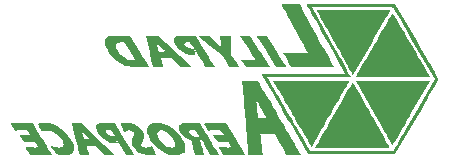
<source format=gbr>
%TF.GenerationSoftware,KiCad,Pcbnew,(6.0.7)*%
%TF.CreationDate,2022-12-27T11:46:59-06:00*%
%TF.ProjectId,UKDAQ,554b4441-512e-46b6-9963-61645f706362,rev?*%
%TF.SameCoordinates,Original*%
%TF.FileFunction,Legend,Bot*%
%TF.FilePolarity,Positive*%
%FSLAX46Y46*%
G04 Gerber Fmt 4.6, Leading zero omitted, Abs format (unit mm)*
G04 Created by KiCad (PCBNEW (6.0.7)) date 2022-12-27 11:46:59*
%MOMM*%
%LPD*%
G01*
G04 APERTURE LIST*
G04 APERTURE END LIST*
%TO.C,G\u002A\u002A\u002A*%
G36*
X126746000Y-109924844D02*
G01*
X127136717Y-110578653D01*
X127218746Y-110715101D01*
X127394588Y-111003888D01*
X127585317Y-111313301D01*
X127772892Y-111614147D01*
X127939270Y-111877231D01*
X127952313Y-111897652D01*
X128080246Y-112098040D01*
X128194110Y-112276546D01*
X128286900Y-112422178D01*
X128351613Y-112523942D01*
X128381244Y-112570846D01*
X128382721Y-112579341D01*
X128358920Y-112593303D01*
X128293531Y-112603848D01*
X128179244Y-112611368D01*
X128008749Y-112616254D01*
X127774734Y-112618898D01*
X127469889Y-112619692D01*
X126528397Y-112619692D01*
X126334358Y-112316846D01*
X126289487Y-112246284D01*
X126212906Y-112122974D01*
X126160024Y-112033802D01*
X126140287Y-111994462D01*
X126144933Y-111992033D01*
X126205602Y-111986845D01*
X126325543Y-111984414D01*
X126490785Y-111984895D01*
X126687359Y-111988440D01*
X126758591Y-111990024D01*
X126945829Y-111992355D01*
X127096867Y-111991550D01*
X127197734Y-111987793D01*
X127234462Y-111981267D01*
X127221600Y-111951396D01*
X127176956Y-111871272D01*
X127111390Y-111762596D01*
X126988318Y-111564615D01*
X126041057Y-111564615D01*
X125865990Y-111283615D01*
X125836755Y-111236542D01*
X125759832Y-111111129D01*
X125703356Y-111016761D01*
X125677897Y-110971000D01*
X125707626Y-110958921D01*
X125800943Y-110948771D01*
X125943240Y-110941907D01*
X126119767Y-110939385D01*
X126574662Y-110939385D01*
X126466807Y-110747514D01*
X126406929Y-110646785D01*
X126348519Y-110581543D01*
X126272730Y-110549012D01*
X126151338Y-110529705D01*
X126123768Y-110526775D01*
X125971364Y-110519825D01*
X125783826Y-110521263D01*
X125595464Y-110531009D01*
X125247204Y-110558253D01*
X125068525Y-110279496D01*
X125038746Y-110232496D01*
X124962706Y-110106846D01*
X124909732Y-110010765D01*
X124889846Y-109962062D01*
X124890408Y-109960358D01*
X124937847Y-109947561D01*
X125058603Y-109937363D01*
X125248391Y-109929939D01*
X125502926Y-109925464D01*
X125817923Y-109924114D01*
X126746000Y-109924844D01*
G37*
G36*
X132577191Y-111543354D02*
G01*
X132814507Y-111773315D01*
X133028039Y-111979465D01*
X133211375Y-112155633D01*
X133358102Y-112295645D01*
X133461807Y-112393329D01*
X133516077Y-112442512D01*
X133546605Y-112469033D01*
X133615553Y-112539052D01*
X133643077Y-112584089D01*
X133623639Y-112595013D01*
X133540913Y-112607758D01*
X133408182Y-112616467D01*
X133241767Y-112619692D01*
X132840456Y-112619692D01*
X132470769Y-112248462D01*
X132101082Y-111877231D01*
X131719310Y-111877231D01*
X131613905Y-111877690D01*
X131471526Y-111880066D01*
X131373825Y-111884011D01*
X131337538Y-111889007D01*
X131339568Y-111898318D01*
X131357891Y-111965571D01*
X131391179Y-112082347D01*
X131434411Y-112230930D01*
X131453342Y-112295986D01*
X131493399Y-112437729D01*
X131521370Y-112542662D01*
X131532103Y-112591752D01*
X131513899Y-112600460D01*
X131432717Y-112609245D01*
X131301338Y-112613124D01*
X131136109Y-112611290D01*
X130739296Y-112600154D01*
X130606902Y-112092154D01*
X130557090Y-111902085D01*
X130490084Y-111648183D01*
X130414433Y-111362859D01*
X130336152Y-111068793D01*
X130261254Y-110788665D01*
X130240959Y-110712801D01*
X130234554Y-110688647D01*
X130952469Y-110688647D01*
X130960772Y-110738757D01*
X130988077Y-110840683D01*
X131029324Y-110975240D01*
X131118460Y-111252000D01*
X131501043Y-111252000D01*
X131233675Y-110963476D01*
X131154352Y-110879027D01*
X131054363Y-110776412D01*
X130983409Y-110708441D01*
X130953247Y-110686716D01*
X130952469Y-110688647D01*
X130234554Y-110688647D01*
X130179471Y-110480912D01*
X130126440Y-110277867D01*
X130084856Y-110115314D01*
X130057713Y-110004902D01*
X130048000Y-109958281D01*
X130075965Y-109945986D01*
X130167739Y-109934271D01*
X130308272Y-109926317D01*
X130481867Y-109923385D01*
X130915733Y-109923385D01*
X132152405Y-111129962D01*
X132277613Y-111252000D01*
X132322504Y-111295754D01*
X132577191Y-111543354D01*
G37*
G36*
X150798052Y-106328571D02*
G01*
X151348187Y-106329667D01*
X151844876Y-106331580D01*
X152285030Y-106334276D01*
X152665562Y-106337721D01*
X152983384Y-106341879D01*
X153235406Y-106346715D01*
X153418540Y-106352194D01*
X153529699Y-106358281D01*
X153565795Y-106364941D01*
X153560697Y-106374830D01*
X153522572Y-106443331D01*
X153449775Y-106572093D01*
X153345231Y-106755998D01*
X153211864Y-106989929D01*
X153052598Y-107268765D01*
X152870358Y-107587391D01*
X152668070Y-107940687D01*
X152448656Y-108323535D01*
X152215043Y-108730817D01*
X151970154Y-109157416D01*
X151852863Y-109361565D01*
X151613034Y-109778407D01*
X151385696Y-110172761D01*
X151173777Y-110539589D01*
X150980204Y-110873854D01*
X150807906Y-111170521D01*
X150659810Y-111424551D01*
X150538843Y-111630910D01*
X150447934Y-111784559D01*
X150390010Y-111880463D01*
X150368000Y-111913585D01*
X150366976Y-111912714D01*
X150338644Y-111869386D01*
X150274630Y-111764469D01*
X150177985Y-111603138D01*
X150051759Y-111390565D01*
X149899002Y-111131923D01*
X149722763Y-110832385D01*
X149526094Y-110497125D01*
X149312044Y-110131316D01*
X149083662Y-109740131D01*
X148844000Y-109328742D01*
X148825893Y-109297629D01*
X148583366Y-108880971D01*
X148350023Y-108480232D01*
X148129210Y-108101152D01*
X147924272Y-107749466D01*
X147738556Y-107430913D01*
X147575406Y-107151229D01*
X147438168Y-106916153D01*
X147330189Y-106731421D01*
X147254815Y-106602770D01*
X147215389Y-106535939D01*
X147091240Y-106328308D01*
X150335030Y-106328308D01*
X150798052Y-106328571D01*
G37*
G36*
X141368460Y-110711864D02*
G01*
X141402896Y-110769400D01*
X141565046Y-111038147D01*
X141734692Y-111316267D01*
X141900034Y-111584588D01*
X142049271Y-111823938D01*
X142170604Y-112015144D01*
X142232340Y-112111109D01*
X142341490Y-112280953D01*
X142432668Y-112423060D01*
X142497759Y-112524776D01*
X142528645Y-112573444D01*
X142530662Y-112577142D01*
X142523089Y-112598581D01*
X142468687Y-112610686D01*
X142357090Y-112614577D01*
X142177933Y-112611377D01*
X141796840Y-112600154D01*
X141227113Y-111659036D01*
X141213959Y-111637310D01*
X141063144Y-111388607D01*
X140922897Y-111158014D01*
X140799185Y-110955291D01*
X140697972Y-110790194D01*
X140625226Y-110672484D01*
X140586913Y-110611917D01*
X140542983Y-110554792D01*
X140491497Y-110523826D01*
X140409897Y-110513799D01*
X140274298Y-110517497D01*
X140166161Y-110524305D01*
X140078272Y-110538834D01*
X140035816Y-110566104D01*
X140020175Y-110613123D01*
X140021686Y-110642148D01*
X140061798Y-110736372D01*
X140139702Y-110846807D01*
X140238267Y-110951274D01*
X140340359Y-111027595D01*
X140383545Y-111045337D01*
X140498467Y-111074233D01*
X140634770Y-111094486D01*
X140752135Y-111108470D01*
X140823385Y-111132277D01*
X140863060Y-111181223D01*
X140895012Y-111271538D01*
X140897884Y-111280852D01*
X140934529Y-111403142D01*
X140983007Y-111569147D01*
X141038505Y-111761904D01*
X141096212Y-111964447D01*
X141151316Y-112159812D01*
X141199004Y-112331033D01*
X141234464Y-112461147D01*
X141252885Y-112533190D01*
X141257859Y-112557564D01*
X141256206Y-112588958D01*
X141229728Y-112607327D01*
X141165099Y-112615377D01*
X141048996Y-112615813D01*
X140868093Y-112611343D01*
X140463456Y-112600154D01*
X140345497Y-112017623D01*
X140227538Y-111435091D01*
X140052099Y-111360710D01*
X139941973Y-111307698D01*
X139735682Y-111174807D01*
X139546587Y-111012009D01*
X139383146Y-110830727D01*
X139253816Y-110642384D01*
X139167055Y-110458400D01*
X139131320Y-110290200D01*
X139155068Y-110149204D01*
X139173711Y-110111114D01*
X139212798Y-110053577D01*
X139266899Y-110010544D01*
X139346536Y-109979655D01*
X139462232Y-109958549D01*
X139624511Y-109944865D01*
X139843896Y-109936244D01*
X140130911Y-109930325D01*
X140893977Y-109917728D01*
X141368460Y-110711864D01*
G37*
G36*
X144752278Y-102539505D02*
G01*
X145190308Y-102541163D01*
X145581077Y-103188438D01*
X145679212Y-103349304D01*
X145856324Y-103634054D01*
X146048872Y-103938308D01*
X146239489Y-104234698D01*
X146410805Y-104495856D01*
X146849763Y-105156000D01*
X144791466Y-105156000D01*
X144609576Y-104882462D01*
X144427685Y-104608923D01*
X145014150Y-104608923D01*
X145119444Y-104608601D01*
X145309701Y-104606202D01*
X145462317Y-104601847D01*
X145563790Y-104595990D01*
X145600615Y-104589090D01*
X145592497Y-104570994D01*
X145547553Y-104492597D01*
X145466787Y-104358969D01*
X145354207Y-104176548D01*
X145213819Y-103951770D01*
X145049633Y-103691074D01*
X144865653Y-103400895D01*
X144665890Y-103087671D01*
X144314248Y-102537846D01*
X144752278Y-102539505D01*
G37*
G36*
X143119231Y-109924844D02*
G01*
X143509948Y-110578653D01*
X143591977Y-110715101D01*
X143767818Y-111003888D01*
X143958548Y-111313301D01*
X144146123Y-111614147D01*
X144312501Y-111877231D01*
X144325544Y-111897652D01*
X144453476Y-112098040D01*
X144567340Y-112276546D01*
X144660131Y-112422178D01*
X144724844Y-112523942D01*
X144754474Y-112570846D01*
X144755952Y-112579341D01*
X144732151Y-112593303D01*
X144666762Y-112603848D01*
X144552475Y-112611368D01*
X144381979Y-112616254D01*
X144147965Y-112618898D01*
X143843120Y-112619692D01*
X142901628Y-112619692D01*
X142707588Y-112316846D01*
X142662717Y-112246284D01*
X142586137Y-112122974D01*
X142533255Y-112033802D01*
X142513518Y-111994462D01*
X142518164Y-111992033D01*
X142578833Y-111986845D01*
X142698773Y-111984414D01*
X142864016Y-111984895D01*
X143060590Y-111988440D01*
X143131821Y-111990024D01*
X143319059Y-111992355D01*
X143470097Y-111991550D01*
X143570965Y-111987793D01*
X143607692Y-111981267D01*
X143594831Y-111951396D01*
X143550187Y-111871272D01*
X143484621Y-111762596D01*
X143361549Y-111564615D01*
X142414288Y-111564615D01*
X142239221Y-111283615D01*
X142209986Y-111236542D01*
X142133062Y-111111129D01*
X142076587Y-111016761D01*
X142051128Y-110971000D01*
X142080857Y-110958921D01*
X142174173Y-110948771D01*
X142316471Y-110941907D01*
X142492998Y-110939385D01*
X142947893Y-110939385D01*
X142840037Y-110747514D01*
X142780160Y-110646785D01*
X142721750Y-110581543D01*
X142645961Y-110549012D01*
X142524569Y-110529705D01*
X142496998Y-110526775D01*
X142344595Y-110519825D01*
X142157057Y-110521263D01*
X141968695Y-110531009D01*
X141620434Y-110558253D01*
X141441756Y-110279496D01*
X141411976Y-110232496D01*
X141335937Y-110106846D01*
X141282963Y-110010765D01*
X141263077Y-109962062D01*
X141263639Y-109960358D01*
X141311078Y-109947561D01*
X141431834Y-109937363D01*
X141621622Y-109929939D01*
X141876157Y-109925464D01*
X142191154Y-109924114D01*
X143119231Y-109924844D01*
G37*
G36*
X139246014Y-104246674D02*
G01*
X139478879Y-104456702D01*
X139683275Y-104640711D01*
X139851847Y-104792076D01*
X139977244Y-104904175D01*
X140052110Y-104970385D01*
X140265273Y-105156000D01*
X139339880Y-105156000D01*
X138538102Y-104413538D01*
X138083513Y-104413538D01*
X138052859Y-104413575D01*
X137854019Y-104416572D01*
X137723146Y-104425066D01*
X137651312Y-104440017D01*
X137629593Y-104462385D01*
X137629977Y-104468094D01*
X137642849Y-104538549D01*
X137670238Y-104658073D01*
X137707077Y-104804308D01*
X137714952Y-104834493D01*
X137750087Y-104972998D01*
X137774943Y-105077277D01*
X137784561Y-105126692D01*
X137755185Y-105137216D01*
X137662079Y-105146867D01*
X137520368Y-105153347D01*
X137345615Y-105155631D01*
X136906000Y-105155263D01*
X136792366Y-104579247D01*
X136763776Y-104436429D01*
X136707794Y-104163870D01*
X136644092Y-103860216D01*
X136578508Y-103553196D01*
X136516877Y-103270538D01*
X136507662Y-103228824D01*
X137283184Y-103228824D01*
X137290900Y-103292264D01*
X137313739Y-103393594D01*
X137317651Y-103408647D01*
X137357536Y-103562172D01*
X137395968Y-103710154D01*
X137436551Y-103866462D01*
X137718352Y-103864656D01*
X138000154Y-103862850D01*
X137649150Y-103535070D01*
X137638835Y-103525448D01*
X137505017Y-103402671D01*
X137393915Y-103304367D01*
X137316844Y-103240320D01*
X137285120Y-103220315D01*
X137283184Y-103228824D01*
X136507662Y-103228824D01*
X136355024Y-102537846D01*
X137358413Y-102537846D01*
X138598680Y-103661308D01*
X138724290Y-103775050D01*
X138821350Y-103862850D01*
X138992033Y-104017249D01*
X139246014Y-104246674D01*
G37*
G36*
X146844386Y-102942923D02*
G01*
X146901716Y-103039544D01*
X147008064Y-103215073D01*
X147141892Y-103433323D01*
X147294973Y-103681093D01*
X147459079Y-103945186D01*
X147625982Y-104212403D01*
X147787455Y-104469546D01*
X147935268Y-104703415D01*
X148061195Y-104900812D01*
X148157007Y-105048538D01*
X148227758Y-105156000D01*
X147339538Y-105153726D01*
X146951496Y-104500325D01*
X146871710Y-104366768D01*
X146697557Y-104078991D01*
X146508971Y-103771259D01*
X146323875Y-103472735D01*
X146160189Y-103212584D01*
X146149350Y-103195527D01*
X146025271Y-102999188D01*
X145917541Y-102826805D01*
X145832608Y-102688843D01*
X145776919Y-102595767D01*
X145756923Y-102558045D01*
X145782600Y-102551152D01*
X145872116Y-102544261D01*
X146010702Y-102539575D01*
X146182505Y-102537846D01*
X146608088Y-102537846D01*
X146844386Y-102942923D01*
G37*
G36*
X149837437Y-100782827D02*
G01*
X149983039Y-101058518D01*
X150345481Y-101734736D01*
X150722116Y-102424503D01*
X151101237Y-103106678D01*
X151471139Y-103760120D01*
X151820115Y-104363687D01*
X151901571Y-104503150D01*
X152024148Y-104714334D01*
X152129052Y-104896695D01*
X152210787Y-105040603D01*
X152263858Y-105136426D01*
X152282769Y-105174533D01*
X152251538Y-105178332D01*
X152149464Y-105182251D01*
X151983900Y-105185806D01*
X151762534Y-105188911D01*
X151493052Y-105191478D01*
X151183142Y-105193419D01*
X150840490Y-105194648D01*
X150472783Y-105195077D01*
X148662797Y-105195077D01*
X148394281Y-104716385D01*
X148370564Y-104674126D01*
X148267181Y-104490409D01*
X148173457Y-104324593D01*
X148098889Y-104193448D01*
X148052976Y-104113741D01*
X147980186Y-103989790D01*
X148994882Y-103996511D01*
X149244000Y-103997465D01*
X149494514Y-103996882D01*
X149709180Y-103994741D01*
X149877421Y-103991203D01*
X149988663Y-103986430D01*
X150032331Y-103980586D01*
X150026886Y-103937535D01*
X149990691Y-103846270D01*
X149931576Y-103726586D01*
X149917911Y-103701055D01*
X149834906Y-103547441D01*
X149721102Y-103338454D01*
X149582340Y-103084700D01*
X149424460Y-102796780D01*
X149253304Y-102485298D01*
X149074711Y-102160858D01*
X148894522Y-101834062D01*
X148718578Y-101515515D01*
X148552719Y-101215819D01*
X148402786Y-100945577D01*
X148274619Y-100715393D01*
X148174059Y-100535871D01*
X148072424Y-100353689D01*
X147974688Y-100174910D01*
X147897284Y-100029363D01*
X147846343Y-99928599D01*
X147828000Y-99884167D01*
X147856425Y-99873113D01*
X147954751Y-99862267D01*
X148114971Y-99853874D01*
X148328386Y-99848370D01*
X148586298Y-99846192D01*
X149344597Y-99845177D01*
X149837437Y-100782827D01*
G37*
G36*
X161022026Y-106344903D02*
G01*
X160965601Y-106457464D01*
X160888950Y-106602770D01*
X160789944Y-106784685D01*
X160666454Y-107007070D01*
X160516350Y-107273786D01*
X160337503Y-107588695D01*
X160127782Y-107955658D01*
X159885060Y-108378537D01*
X159607205Y-108861194D01*
X159292088Y-109407491D01*
X157460462Y-112580542D01*
X153767692Y-112580557D01*
X150074923Y-112580571D01*
X148514089Y-109874516D01*
X148490320Y-109833309D01*
X148235152Y-109391233D01*
X147982885Y-108954688D01*
X147737531Y-108530585D01*
X147503100Y-108125834D01*
X147283601Y-107747347D01*
X147083046Y-107402034D01*
X146905446Y-107096807D01*
X146754810Y-106838578D01*
X146635149Y-106634255D01*
X146550473Y-106490752D01*
X146524043Y-106446246D01*
X146404518Y-106244084D01*
X146301135Y-106067784D01*
X146293588Y-106054769D01*
X146610164Y-106054769D01*
X146720851Y-106242378D01*
X146743796Y-106281395D01*
X146814254Y-106401685D01*
X146917857Y-106578904D01*
X147050594Y-106806174D01*
X147208458Y-107076617D01*
X147387439Y-107383358D01*
X147583529Y-107719520D01*
X147792720Y-108078225D01*
X148011001Y-108452597D01*
X148234366Y-108835758D01*
X148458805Y-109220833D01*
X148680309Y-109600944D01*
X148894870Y-109969214D01*
X149098479Y-110318766D01*
X149287127Y-110642725D01*
X149456806Y-110934212D01*
X149603507Y-111186351D01*
X149723220Y-111392265D01*
X149811939Y-111545077D01*
X150242460Y-112287538D01*
X153760223Y-112297515D01*
X157277985Y-112307491D01*
X157354928Y-112180284D01*
X157374176Y-112147614D01*
X157432001Y-112048289D01*
X157523672Y-111890253D01*
X157646202Y-111678671D01*
X157796604Y-111418711D01*
X157971891Y-111115539D01*
X158169077Y-110774320D01*
X158385175Y-110400222D01*
X158617198Y-109998410D01*
X158862158Y-109574051D01*
X159117070Y-109132311D01*
X160802268Y-106211545D01*
X159059889Y-103192619D01*
X158812277Y-102763794D01*
X158564859Y-102335716D01*
X158331042Y-101931585D01*
X158113651Y-101556263D01*
X157915511Y-101214614D01*
X157739446Y-100911500D01*
X157588282Y-100651785D01*
X157464843Y-100440331D01*
X157371954Y-100282002D01*
X157312440Y-100181661D01*
X157289125Y-100144170D01*
X157256889Y-100140443D01*
X157151522Y-100136506D01*
X156978535Y-100133007D01*
X156743579Y-100129979D01*
X156452306Y-100127452D01*
X156110370Y-100125460D01*
X155723422Y-100124034D01*
X155297114Y-100123206D01*
X154837099Y-100123008D01*
X154349030Y-100123473D01*
X153838558Y-100124631D01*
X150416377Y-100134615D01*
X151941127Y-102889538D01*
X152024176Y-103039588D01*
X152261417Y-103468192D01*
X152488825Y-103878977D01*
X152703287Y-104266326D01*
X152901691Y-104624621D01*
X153080925Y-104948242D01*
X153237879Y-105231572D01*
X153369439Y-105468992D01*
X153472494Y-105654885D01*
X153543933Y-105783632D01*
X153580643Y-105849615D01*
X153695409Y-106054769D01*
X146610164Y-106054769D01*
X146293588Y-106054769D01*
X146219879Y-105927655D01*
X146166737Y-105834003D01*
X146147692Y-105797137D01*
X146147781Y-105797024D01*
X146189518Y-105794696D01*
X146303645Y-105792472D01*
X146484660Y-105790377D01*
X146727061Y-105788436D01*
X147025345Y-105786673D01*
X147374010Y-105785113D01*
X147767554Y-105783782D01*
X148200474Y-105782703D01*
X148667269Y-105781901D01*
X149162435Y-105781403D01*
X149680472Y-105781231D01*
X153213251Y-105781231D01*
X151718087Y-103075154D01*
X151662676Y-102974876D01*
X151426096Y-102546999D01*
X151198367Y-102135528D01*
X150982699Y-101746244D01*
X150782305Y-101384928D01*
X150600395Y-101057359D01*
X150440183Y-100769319D01*
X150304880Y-100526586D01*
X150197697Y-100334942D01*
X150121846Y-100200167D01*
X150080539Y-100128040D01*
X150074046Y-100117026D01*
X150005335Y-99997279D01*
X149956645Y-99906743D01*
X149938154Y-99864271D01*
X149944321Y-99862966D01*
X150012211Y-99859785D01*
X150150794Y-99856753D01*
X150354738Y-99853904D01*
X150618709Y-99851269D01*
X150937376Y-99848881D01*
X151305405Y-99846771D01*
X151717465Y-99844973D01*
X152168223Y-99843519D01*
X152652345Y-99842440D01*
X153164501Y-99841769D01*
X153699356Y-99841538D01*
X157460559Y-99841538D01*
X159258049Y-102951507D01*
X159286864Y-103001367D01*
X159548367Y-103454167D01*
X159798765Y-103888311D01*
X160035252Y-104298899D01*
X160255023Y-104681036D01*
X160455271Y-105029824D01*
X160633190Y-105340365D01*
X160785973Y-105607761D01*
X160910814Y-105827116D01*
X161004908Y-105993532D01*
X161065447Y-106102112D01*
X161089626Y-106147957D01*
X161091247Y-106165087D01*
X161082720Y-106202577D01*
X161079300Y-106211545D01*
X161060356Y-106261228D01*
X161022026Y-106344903D01*
G37*
G36*
X154081310Y-100349574D02*
G01*
X154558754Y-100350029D01*
X155010852Y-100350977D01*
X155431737Y-100352377D01*
X155815540Y-100354187D01*
X156156395Y-100356367D01*
X156448434Y-100358875D01*
X156685789Y-100361670D01*
X156862593Y-100364711D01*
X156972978Y-100367956D01*
X157011077Y-100371365D01*
X157007556Y-100378944D01*
X156972738Y-100442751D01*
X156903033Y-100566985D01*
X156801354Y-100746546D01*
X156670612Y-100976333D01*
X156513720Y-101251248D01*
X156333591Y-101566191D01*
X156133136Y-101916062D01*
X155915268Y-102295761D01*
X155682899Y-102700189D01*
X155438942Y-103124247D01*
X153866808Y-105855304D01*
X153801729Y-105749883D01*
X153795923Y-105740256D01*
X153751744Y-105663921D01*
X153675424Y-105529749D01*
X153570481Y-105344041D01*
X153440433Y-105113097D01*
X153288799Y-104843216D01*
X153119097Y-104540700D01*
X152934845Y-104211848D01*
X152739561Y-103862961D01*
X152536765Y-103500340D01*
X152329973Y-103130283D01*
X152122705Y-102759092D01*
X151918479Y-102393066D01*
X151720813Y-102038506D01*
X151533226Y-101701713D01*
X151359235Y-101388986D01*
X151202359Y-101106625D01*
X151066117Y-100860931D01*
X150954026Y-100658205D01*
X150869605Y-100504746D01*
X150816372Y-100406854D01*
X150797846Y-100370830D01*
X150802859Y-100369618D01*
X150867641Y-100366346D01*
X151002598Y-100363247D01*
X151201863Y-100360363D01*
X151459569Y-100357732D01*
X151769846Y-100355396D01*
X152126829Y-100353395D01*
X152524650Y-100351768D01*
X152957440Y-100350556D01*
X153419333Y-100349800D01*
X153904462Y-100349538D01*
X154081310Y-100349574D01*
G37*
G36*
X139999978Y-102528597D02*
G01*
X140553957Y-102537846D01*
X140681150Y-102762538D01*
X140720964Y-102830336D01*
X140800161Y-102961529D01*
X140908416Y-103138841D01*
X141039039Y-103351478D01*
X141185338Y-103588646D01*
X141340621Y-103839551D01*
X141498196Y-104093400D01*
X141651371Y-104339397D01*
X141793456Y-104566750D01*
X141917757Y-104764664D01*
X142017584Y-104922345D01*
X142086244Y-105029000D01*
X142169521Y-105156000D01*
X141360769Y-105154874D01*
X141252066Y-104957809D01*
X141222641Y-104906039D01*
X141148678Y-104779892D01*
X141045717Y-104606949D01*
X140920915Y-104399159D01*
X140781428Y-104168466D01*
X140634414Y-103926818D01*
X140565525Y-103814412D01*
X140396805Y-103544449D01*
X140262250Y-103338451D01*
X140159475Y-103192984D01*
X140086097Y-103104613D01*
X140039732Y-103069903D01*
X140026396Y-103066482D01*
X139873149Y-103047000D01*
X139736479Y-103061371D01*
X139644466Y-103106963D01*
X139617176Y-103138158D01*
X139604520Y-103191773D01*
X139637674Y-103273132D01*
X139700154Y-103367485D01*
X139855018Y-103505690D01*
X140048317Y-103598236D01*
X140257393Y-103632000D01*
X140287613Y-103632348D01*
X140346924Y-103641792D01*
X140388098Y-103676640D01*
X140424821Y-103753329D01*
X140470779Y-103888298D01*
X140494473Y-103962406D01*
X140522935Y-104075615D01*
X140515179Y-104143217D01*
X140460790Y-104174985D01*
X140349350Y-104180693D01*
X140170444Y-104170115D01*
X140073911Y-104159355D01*
X139769910Y-104078497D01*
X139475130Y-103934379D01*
X139205098Y-103737674D01*
X138975339Y-103499052D01*
X138801379Y-103229182D01*
X138737737Y-103091286D01*
X138693819Y-102949815D01*
X138691651Y-102832625D01*
X138728146Y-102718172D01*
X138732054Y-102709843D01*
X138769407Y-102651262D01*
X138823990Y-102605536D01*
X138904494Y-102571369D01*
X139019608Y-102547467D01*
X139178024Y-102532534D01*
X139388430Y-102525275D01*
X139659518Y-102524394D01*
X139999978Y-102528597D01*
G37*
G36*
X153864720Y-106507174D02*
G01*
X153922049Y-106601018D01*
X154010440Y-106750590D01*
X154126419Y-106949749D01*
X154266513Y-107192350D01*
X154427248Y-107472251D01*
X154605151Y-107783311D01*
X154796749Y-108119385D01*
X154998569Y-108474332D01*
X155207136Y-108842009D01*
X155418978Y-109216272D01*
X155630622Y-109590980D01*
X155838594Y-109959989D01*
X156039420Y-110317158D01*
X156229628Y-110656343D01*
X156405744Y-110971401D01*
X156564294Y-111256190D01*
X156701806Y-111504568D01*
X156814806Y-111710391D01*
X156899820Y-111867516D01*
X156953376Y-111969802D01*
X156972000Y-112011106D01*
X156963712Y-112012731D01*
X156891372Y-112016129D01*
X156749379Y-112019344D01*
X156543541Y-112022335D01*
X156279670Y-112025061D01*
X155963574Y-112027480D01*
X155601062Y-112029551D01*
X155197945Y-112031234D01*
X154760032Y-112032487D01*
X154293133Y-112033269D01*
X153803056Y-112033538D01*
X150634112Y-112033538D01*
X150730333Y-111867462D01*
X150732173Y-111864283D01*
X150770682Y-111797516D01*
X150844573Y-111669208D01*
X150950607Y-111484990D01*
X151085547Y-111250489D01*
X151246154Y-110971334D01*
X151429190Y-110653155D01*
X151631417Y-110301581D01*
X151849596Y-109922239D01*
X152080490Y-109520759D01*
X152320860Y-109102769D01*
X152360050Y-109034622D01*
X152596601Y-108623550D01*
X152821629Y-108232932D01*
X153032091Y-107868025D01*
X153224942Y-107534088D01*
X153397140Y-107236378D01*
X153545641Y-106980154D01*
X153667401Y-106770673D01*
X153759377Y-106613195D01*
X153818524Y-106512976D01*
X153841799Y-106475276D01*
X153841926Y-106475202D01*
X153864720Y-106507174D01*
G37*
G36*
X157249407Y-100589761D02*
G01*
X157286979Y-100647778D01*
X157357390Y-100763687D01*
X157456440Y-100930353D01*
X157579930Y-101140636D01*
X157723659Y-101387401D01*
X157883429Y-101663509D01*
X158055039Y-101961824D01*
X158168711Y-102159961D01*
X158400794Y-102564399D01*
X158652838Y-103003515D01*
X158913075Y-103456813D01*
X159169738Y-103903798D01*
X159411061Y-104323974D01*
X159625276Y-104696846D01*
X160405551Y-106054769D01*
X154077812Y-106054769D01*
X154127906Y-105963442D01*
X154169653Y-105888464D01*
X154251932Y-105743042D01*
X154363213Y-105547938D01*
X154499917Y-105309330D01*
X154658464Y-105033398D01*
X154835273Y-104726321D01*
X155026765Y-104394277D01*
X155229359Y-104043445D01*
X155439477Y-103680004D01*
X155653536Y-103310134D01*
X155867959Y-102940012D01*
X156079163Y-102575819D01*
X156283570Y-102223732D01*
X156477600Y-101889932D01*
X156657672Y-101580596D01*
X156820206Y-101301904D01*
X156961623Y-101060035D01*
X157078342Y-100861167D01*
X157166783Y-100711480D01*
X157223367Y-100617152D01*
X157244512Y-100584362D01*
X157249407Y-100589761D01*
G37*
G36*
X139674201Y-111847712D02*
G01*
X139680462Y-112020382D01*
X139680421Y-112047197D01*
X139676445Y-112189318D01*
X139660908Y-112282214D01*
X139626660Y-112351011D01*
X139566554Y-112420838D01*
X139494346Y-112485820D01*
X139330833Y-112575834D01*
X139113846Y-112631731D01*
X138990104Y-112645121D01*
X138714757Y-112637778D01*
X138412499Y-112589112D01*
X138107256Y-112502202D01*
X137985685Y-112454237D01*
X137697011Y-112300587D01*
X137417316Y-112100269D01*
X137155697Y-111864066D01*
X136921249Y-111602760D01*
X136723067Y-111327135D01*
X136570247Y-111047974D01*
X136495323Y-110840851D01*
X137308755Y-110840851D01*
X137310659Y-110867444D01*
X137358621Y-111046253D01*
X137459997Y-111244453D01*
X137602117Y-111445900D01*
X137772314Y-111634448D01*
X137957920Y-111793952D01*
X138146266Y-111908266D01*
X138196816Y-111929414D01*
X138357408Y-111976061D01*
X138504892Y-111994462D01*
X138601575Y-111989293D01*
X138690101Y-111958736D01*
X138762031Y-111888050D01*
X138813497Y-111786171D01*
X138819047Y-111626137D01*
X138756767Y-111437669D01*
X138627929Y-111224244D01*
X138433801Y-110989341D01*
X138402309Y-110956209D01*
X138218008Y-110792951D01*
X138028328Y-110669712D01*
X137842759Y-110587746D01*
X137670792Y-110548306D01*
X137521917Y-110552644D01*
X137405626Y-110602012D01*
X137331408Y-110697663D01*
X137308755Y-110840851D01*
X136495323Y-110840851D01*
X136471885Y-110776059D01*
X136437077Y-110522173D01*
X136444278Y-110389222D01*
X136491305Y-110217661D01*
X136590664Y-110088076D01*
X136752214Y-109983615D01*
X136757609Y-109980989D01*
X136913920Y-109933795D01*
X137120320Y-109909829D01*
X137353281Y-109909207D01*
X137589273Y-109932044D01*
X137804769Y-109978456D01*
X137902214Y-110009403D01*
X138306884Y-110186805D01*
X138683461Y-110430907D01*
X139022916Y-110733931D01*
X139316222Y-111088102D01*
X139554350Y-111485640D01*
X139595379Y-111571133D01*
X139616403Y-111626137D01*
X139649033Y-111711502D01*
X139674201Y-111847712D01*
G37*
G36*
X134514558Y-111264136D02*
G01*
X134686376Y-111543058D01*
X134844006Y-111796397D01*
X134974626Y-112003325D01*
X135058408Y-112135611D01*
X135163810Y-112305345D01*
X135247784Y-112444570D01*
X135303315Y-112541588D01*
X135323385Y-112584702D01*
X135315743Y-112592026D01*
X135250202Y-112606203D01*
X135132067Y-112616022D01*
X134978955Y-112619692D01*
X134634525Y-112619692D01*
X134192355Y-111875779D01*
X134130380Y-111771930D01*
X134007279Y-111568281D01*
X133900246Y-111394710D01*
X133815153Y-111260547D01*
X133757873Y-111175125D01*
X133734276Y-111147775D01*
X133734822Y-111172319D01*
X133756983Y-111252405D01*
X133797952Y-111365597D01*
X133830428Y-111449416D01*
X133864372Y-111541462D01*
X133877538Y-111583830D01*
X133853191Y-111607632D01*
X133770057Y-111623595D01*
X133647451Y-111625418D01*
X133505862Y-111613005D01*
X133365777Y-111586258D01*
X133308597Y-111570507D01*
X133037466Y-111460423D01*
X132784842Y-111292326D01*
X132556315Y-111076154D01*
X133682154Y-111076154D01*
X133701692Y-111095692D01*
X133721231Y-111076154D01*
X133701692Y-111056615D01*
X133682154Y-111076154D01*
X132556315Y-111076154D01*
X132535629Y-111056586D01*
X132475298Y-110989011D01*
X132304758Y-110762301D01*
X132213263Y-110591429D01*
X132978769Y-110591429D01*
X132986152Y-110640867D01*
X133042868Y-110759326D01*
X133138714Y-110874582D01*
X133253448Y-110959513D01*
X133266271Y-110965685D01*
X133388355Y-111002502D01*
X133522491Y-111017538D01*
X133679324Y-111017538D01*
X133520066Y-110763538D01*
X133360809Y-110509538D01*
X133169789Y-110509538D01*
X133123205Y-110509896D01*
X133029878Y-110517671D01*
X132988275Y-110542044D01*
X132978769Y-110591429D01*
X132213263Y-110591429D01*
X132188561Y-110545296D01*
X132129474Y-110346263D01*
X132130264Y-110173467D01*
X132193700Y-110035175D01*
X132200500Y-110026859D01*
X132229818Y-109996364D01*
X132267332Y-109974021D01*
X132324699Y-109958294D01*
X132413578Y-109947647D01*
X132545627Y-109940545D01*
X132732506Y-109935452D01*
X132985873Y-109930832D01*
X133703425Y-109918740D01*
X134164646Y-110687839D01*
X134179659Y-110712857D01*
X134341377Y-110980459D01*
X134364013Y-111017538D01*
X134399798Y-111076154D01*
X134514558Y-111264136D01*
G37*
G36*
X157905975Y-106334062D02*
G01*
X158391578Y-106335456D01*
X158825058Y-106337636D01*
X160410407Y-106347846D01*
X158818728Y-109090268D01*
X158702080Y-109291107D01*
X158460683Y-109705791D01*
X158231839Y-110097665D01*
X158018498Y-110461744D01*
X157823610Y-110793043D01*
X157650124Y-111086580D01*
X157500991Y-111337370D01*
X157379161Y-111540428D01*
X157287583Y-111690771D01*
X157229208Y-111783413D01*
X157206986Y-111813372D01*
X157203136Y-111807477D01*
X157167793Y-111746934D01*
X157098279Y-111625281D01*
X156997503Y-111447674D01*
X156868372Y-111219272D01*
X156713793Y-110945231D01*
X156536674Y-110630708D01*
X156339922Y-110280861D01*
X156126445Y-109900848D01*
X155899150Y-109495825D01*
X155660944Y-109070949D01*
X154134965Y-106347846D01*
X155687337Y-106337636D01*
X155912107Y-106336348D01*
X156371316Y-106334597D01*
X156872356Y-106333632D01*
X157391739Y-106333454D01*
X157905975Y-106334062D01*
G37*
G36*
X136550600Y-105048538D02*
G01*
X136621912Y-105156000D01*
X135821674Y-105156000D01*
X135651700Y-105155617D01*
X135351030Y-105151704D01*
X135109175Y-105142047D01*
X134913130Y-105124789D01*
X134749887Y-105098074D01*
X134606443Y-105060045D01*
X134469790Y-105008845D01*
X134326923Y-104942618D01*
X134276666Y-104917074D01*
X133893891Y-104674485D01*
X133549425Y-104369180D01*
X133252119Y-104010144D01*
X133010825Y-103606366D01*
X132969907Y-103519682D01*
X132906191Y-103341228D01*
X133799385Y-103341228D01*
X133800971Y-103377104D01*
X133846115Y-103560939D01*
X133944617Y-103764137D01*
X134084543Y-103970798D01*
X134253960Y-104165024D01*
X134440934Y-104330916D01*
X134633532Y-104452574D01*
X134673387Y-104471612D01*
X134907521Y-104556023D01*
X135164804Y-104597135D01*
X135311247Y-104605416D01*
X135408542Y-104600963D01*
X135436140Y-104583028D01*
X135430829Y-104572715D01*
X135391552Y-104505128D01*
X135319847Y-104385436D01*
X135221867Y-104223807D01*
X135103765Y-104030411D01*
X134971692Y-103815417D01*
X134522308Y-103085924D01*
X134296360Y-103085424D01*
X134205275Y-103089107D01*
X134052592Y-103109384D01*
X133934899Y-103141544D01*
X133852349Y-103183211D01*
X133808899Y-103241152D01*
X133799385Y-103341228D01*
X132906191Y-103341228D01*
X132876187Y-103257193D01*
X132843591Y-103029823D01*
X132871745Y-102841422D01*
X132960275Y-102695841D01*
X133108809Y-102596931D01*
X133160179Y-102579881D01*
X133291182Y-102555462D01*
X133477474Y-102538474D01*
X133724708Y-102528626D01*
X134038537Y-102525626D01*
X134424615Y-102529184D01*
X134991231Y-102538188D01*
X135410013Y-103231632D01*
X135458725Y-103312099D01*
X135645200Y-103617191D01*
X135843770Y-103938142D01*
X136044016Y-104258351D01*
X136235516Y-104561219D01*
X136249492Y-104583028D01*
X136407851Y-104830148D01*
X136550600Y-105048538D01*
G37*
G36*
X135020151Y-109920890D02*
G01*
X135338284Y-110010554D01*
X135625388Y-110163584D01*
X135871761Y-110375499D01*
X136067704Y-110641818D01*
X136109733Y-110720909D01*
X136164874Y-110874295D01*
X136175973Y-111029276D01*
X136142980Y-111206808D01*
X136065846Y-111427846D01*
X136051045Y-111465543D01*
X135998908Y-111606223D01*
X135962381Y-111717398D01*
X135948615Y-111777719D01*
X135948766Y-111780810D01*
X135980736Y-111842634D01*
X136051578Y-111913471D01*
X136179032Y-111973457D01*
X136350977Y-111995450D01*
X136537080Y-111976438D01*
X136710615Y-111916308D01*
X136754049Y-111894231D01*
X136833974Y-111854071D01*
X136867147Y-111838154D01*
X136879436Y-111853962D01*
X136917459Y-111925249D01*
X136971789Y-112037198D01*
X137034035Y-112171309D01*
X137095803Y-112309079D01*
X137148700Y-112432008D01*
X137184332Y-112521593D01*
X137194307Y-112559334D01*
X137168480Y-112570444D01*
X137082780Y-112592658D01*
X136962078Y-112616751D01*
X136802518Y-112638006D01*
X136445215Y-112635109D01*
X136105129Y-112563930D01*
X135792331Y-112428309D01*
X135516894Y-112232083D01*
X135288888Y-111979091D01*
X135180573Y-111788000D01*
X135129722Y-111574093D01*
X135150274Y-111346783D01*
X135241674Y-111095692D01*
X135309340Y-110948785D01*
X135347729Y-110842681D01*
X135352695Y-110769285D01*
X135325284Y-110709576D01*
X135266545Y-110644531D01*
X135202369Y-110591961D01*
X135109197Y-110557703D01*
X134971528Y-110548615D01*
X134908922Y-110551247D01*
X134765070Y-110573186D01*
X134653505Y-110610112D01*
X134640483Y-110616736D01*
X134561540Y-110651536D01*
X134523219Y-110658958D01*
X134518645Y-110653094D01*
X134482646Y-110591223D01*
X134428968Y-110486366D01*
X134366410Y-110357323D01*
X134303769Y-110222897D01*
X134249844Y-110101889D01*
X134213432Y-110013101D01*
X134203331Y-109975335D01*
X134204321Y-109974547D01*
X134254371Y-109959645D01*
X134359051Y-109938809D01*
X134497197Y-109916292D01*
X134680690Y-109899074D01*
X135020151Y-109920890D01*
G37*
G36*
X148005918Y-110100597D02*
G01*
X148225606Y-110477305D01*
X148434808Y-110835663D01*
X148629576Y-111168886D01*
X148805962Y-111470189D01*
X148960018Y-111732790D01*
X149087794Y-111949903D01*
X149185344Y-112114743D01*
X149248718Y-112220528D01*
X149322857Y-112343351D01*
X149398627Y-112471016D01*
X149450193Y-112560516D01*
X149469231Y-112597620D01*
X149453678Y-112600781D01*
X149373477Y-112605186D01*
X149236630Y-112608704D01*
X149056230Y-112611034D01*
X148845368Y-112611877D01*
X148221506Y-112611877D01*
X148000049Y-112195708D01*
X147911806Y-112030817D01*
X147782369Y-111791009D01*
X147647592Y-111543094D01*
X147525534Y-111320385D01*
X147272474Y-110861231D01*
X146037898Y-110861231D01*
X146054057Y-111007769D01*
X146056964Y-111034551D01*
X146069239Y-111150569D01*
X146086818Y-111319063D01*
X146107800Y-111521778D01*
X146130287Y-111740462D01*
X146139108Y-111825778D01*
X146161907Y-112039907D01*
X146183104Y-112230658D01*
X146200654Y-112379899D01*
X146212513Y-112469501D01*
X146234667Y-112612387D01*
X145624564Y-112611654D01*
X145014462Y-112610920D01*
X145014462Y-112513278D01*
X145014276Y-112505545D01*
X145009493Y-112426924D01*
X144998746Y-112280434D01*
X144982721Y-112074168D01*
X144962099Y-111816219D01*
X144937564Y-111514681D01*
X144909799Y-111177645D01*
X144879486Y-110813204D01*
X144847308Y-110429453D01*
X144813949Y-110034483D01*
X144780092Y-109636387D01*
X144746419Y-109243258D01*
X144713613Y-108863190D01*
X144682357Y-108504274D01*
X144653335Y-108174605D01*
X144636061Y-107981176D01*
X145679141Y-107981176D01*
X145679165Y-107983834D01*
X145683953Y-108051924D01*
X145695813Y-108179829D01*
X145713010Y-108351209D01*
X145733803Y-108549726D01*
X145756456Y-108759041D01*
X145779230Y-108962815D01*
X145800388Y-109144709D01*
X145818191Y-109288385D01*
X145839866Y-109454462D01*
X146544836Y-109454462D01*
X146466883Y-109327462D01*
X146427544Y-109260327D01*
X146355938Y-109134296D01*
X146261453Y-108965816D01*
X146151683Y-108768432D01*
X146034222Y-108555692D01*
X146024043Y-108537219D01*
X145915064Y-108343235D01*
X145820426Y-108181483D01*
X145745787Y-108061119D01*
X145696806Y-107991298D01*
X145679141Y-107981176D01*
X144636061Y-107981176D01*
X144627229Y-107882274D01*
X144604722Y-107635375D01*
X144586497Y-107442000D01*
X144584259Y-107418848D01*
X144560364Y-107169874D01*
X144538502Y-106938996D01*
X144520065Y-106741135D01*
X144506445Y-106591214D01*
X144499032Y-106504154D01*
X144487169Y-106347846D01*
X145160204Y-106341371D01*
X145833240Y-106334896D01*
X145997734Y-106634448D01*
X146026541Y-106686001D01*
X146100978Y-106816797D01*
X146208361Y-107003871D01*
X146344743Y-107240438D01*
X146506174Y-107519713D01*
X146688706Y-107834913D01*
X146888391Y-108179252D01*
X147101281Y-108545947D01*
X147323426Y-108928214D01*
X147550880Y-109319267D01*
X147629583Y-109454462D01*
X147779694Y-109712323D01*
X148005918Y-110100597D01*
G37*
G36*
X128095456Y-109926354D02*
G01*
X128468603Y-110020952D01*
X128833975Y-110178188D01*
X129181181Y-110393306D01*
X129499826Y-110661552D01*
X129779519Y-110978170D01*
X129863446Y-111094809D01*
X130010666Y-111329477D01*
X130133493Y-111564656D01*
X130222344Y-111781077D01*
X130267632Y-111959467D01*
X130273625Y-112043190D01*
X130240188Y-112245285D01*
X130140292Y-112414140D01*
X129980117Y-112541626D01*
X129765844Y-112619609D01*
X129719126Y-112627370D01*
X129552468Y-112638441D01*
X129345273Y-112636168D01*
X129123916Y-112621322D01*
X128914769Y-112594677D01*
X128866333Y-112583402D01*
X128802679Y-112551869D01*
X128735301Y-112491363D01*
X128651373Y-112389615D01*
X128538069Y-112234357D01*
X128460574Y-112124308D01*
X128378290Y-112004660D01*
X128323558Y-111921554D01*
X128305425Y-111888439D01*
X128328511Y-111890251D01*
X128408942Y-111907375D01*
X128525817Y-111936822D01*
X128603257Y-111954459D01*
X128789874Y-111982664D01*
X128965392Y-111993998D01*
X129003760Y-111993814D01*
X129131182Y-111984709D01*
X129216296Y-111955782D01*
X129287776Y-111898545D01*
X129352038Y-111815513D01*
X129378177Y-111712523D01*
X129354460Y-111583765D01*
X129280639Y-111412237D01*
X129192743Y-111262512D01*
X128997264Y-111022924D01*
X128760233Y-110814755D01*
X128504460Y-110660109D01*
X128469803Y-110644008D01*
X128336703Y-110587753D01*
X128227432Y-110558827D01*
X128108163Y-110551079D01*
X127945072Y-110558354D01*
X127921187Y-110559969D01*
X127771555Y-110573036D01*
X127651856Y-110588237D01*
X127586154Y-110602605D01*
X127564559Y-110604121D01*
X127516334Y-110568228D01*
X127450725Y-110475949D01*
X127361462Y-110319379D01*
X127326274Y-110253648D01*
X127259188Y-110125243D01*
X127212743Y-110031936D01*
X127195385Y-109990456D01*
X127195876Y-109989124D01*
X127238830Y-109971915D01*
X127337561Y-109948214D01*
X127472766Y-109922736D01*
X127724928Y-109899149D01*
X128095456Y-109926354D01*
G37*
G36*
X141824367Y-102668161D02*
G01*
X141908361Y-102738574D01*
X142039856Y-102851242D01*
X142194266Y-102985224D01*
X142353003Y-103124472D01*
X142719492Y-103447917D01*
X142695882Y-103276189D01*
X142681452Y-103159536D01*
X142663216Y-102992351D01*
X142646472Y-102821154D01*
X142620671Y-102537846D01*
X143518205Y-102537846D01*
X143573919Y-104120462D01*
X143835037Y-104527652D01*
X143939107Y-104689788D01*
X144038923Y-104845006D01*
X144119098Y-104969378D01*
X144168376Y-105045421D01*
X144240598Y-105156000D01*
X143387442Y-105156000D01*
X143084226Y-104665395D01*
X142781011Y-104174789D01*
X141770058Y-103366087D01*
X140759106Y-102557385D01*
X141662220Y-102535293D01*
X141824367Y-102668161D01*
G37*
%TD*%
M02*

</source>
